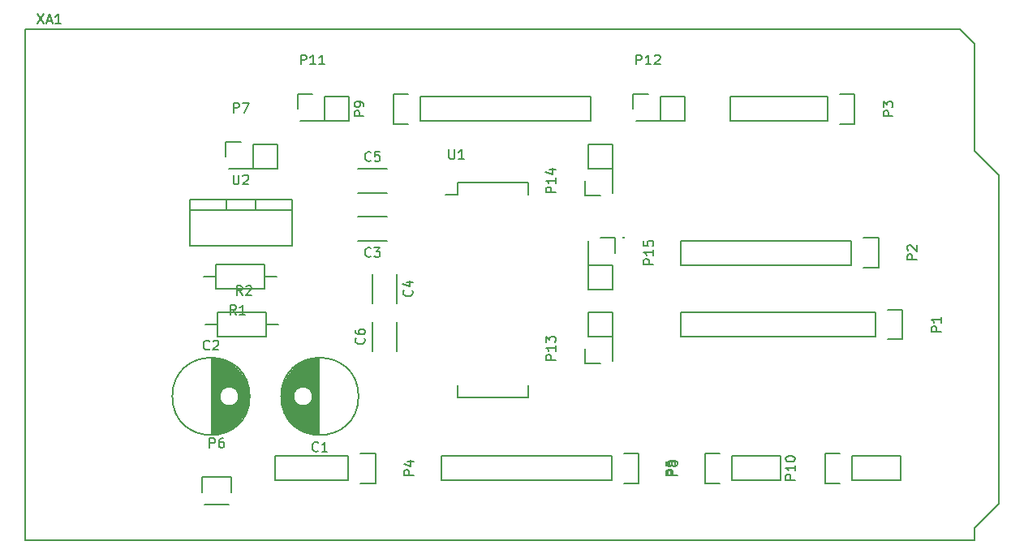
<source format=gto>
G04 #@! TF.FileFunction,Legend,Top*
%FSLAX46Y46*%
G04 Gerber Fmt 4.6, Leading zero omitted, Abs format (unit mm)*
G04 Created by KiCad (PCBNEW 4.0.2+dfsg1-stable) date fr. 11. mai 2018 kl. 17.00 +0200*
%MOMM*%
G01*
G04 APERTURE LIST*
%ADD10C,0.100000*%
%ADD11C,0.150000*%
G04 APERTURE END LIST*
D10*
D11*
X112500000Y-86660000D02*
X112500000Y-140000000D01*
X211560000Y-99360000D02*
X211560000Y-88184000D01*
X214100000Y-101900000D02*
X211560000Y-99360000D01*
X214100000Y-136190000D02*
X214100000Y-101900000D01*
X211560000Y-138730000D02*
X214100000Y-136190000D01*
X211560000Y-140000000D02*
X211560000Y-138730000D01*
X210036000Y-86660000D02*
X211560000Y-88184000D01*
X112500000Y-140000000D02*
X211560000Y-140000000D01*
X112500000Y-86660000D02*
X210036000Y-86660000D01*
X112500000Y-86660000D02*
X112500000Y-140000000D01*
X211560000Y-99360000D02*
X211560000Y-88184000D01*
X214100000Y-101900000D02*
X211560000Y-99360000D01*
X214100000Y-136190000D02*
X214100000Y-101900000D01*
X211560000Y-138730000D02*
X214100000Y-136190000D01*
X211560000Y-140000000D02*
X211560000Y-138730000D01*
X210036000Y-86660000D02*
X211560000Y-88184000D01*
X112500000Y-140000000D02*
X211560000Y-140000000D01*
X112500000Y-86660000D02*
X210036000Y-86660000D01*
X143175000Y-128999000D02*
X143175000Y-121001000D01*
X143035000Y-128994000D02*
X143035000Y-121006000D01*
X142895000Y-128984000D02*
X142895000Y-121016000D01*
X142755000Y-128969000D02*
X142755000Y-121031000D01*
X142615000Y-128949000D02*
X142615000Y-121051000D01*
X142475000Y-128924000D02*
X142475000Y-125222000D01*
X142475000Y-124778000D02*
X142475000Y-121076000D01*
X142335000Y-128894000D02*
X142335000Y-125550000D01*
X142335000Y-124450000D02*
X142335000Y-121106000D01*
X142195000Y-128858000D02*
X142195000Y-125719000D01*
X142195000Y-124281000D02*
X142195000Y-121142000D01*
X142055000Y-128817000D02*
X142055000Y-125832000D01*
X142055000Y-124168000D02*
X142055000Y-121183000D01*
X141915000Y-128771000D02*
X141915000Y-125910000D01*
X141915000Y-124090000D02*
X141915000Y-121229000D01*
X141775000Y-128718000D02*
X141775000Y-125961000D01*
X141775000Y-124039000D02*
X141775000Y-121282000D01*
X141635000Y-128659000D02*
X141635000Y-125991000D01*
X141635000Y-124009000D02*
X141635000Y-121341000D01*
X141495000Y-128594000D02*
X141495000Y-126000000D01*
X141495000Y-124000000D02*
X141495000Y-121406000D01*
X141355000Y-128523000D02*
X141355000Y-125989000D01*
X141355000Y-124011000D02*
X141355000Y-121477000D01*
X141215000Y-128444000D02*
X141215000Y-125959000D01*
X141215000Y-124041000D02*
X141215000Y-121556000D01*
X141075000Y-128357000D02*
X141075000Y-125905000D01*
X141075000Y-124095000D02*
X141075000Y-121643000D01*
X140935000Y-128262000D02*
X140935000Y-125825000D01*
X140935000Y-124175000D02*
X140935000Y-121738000D01*
X140795000Y-128158000D02*
X140795000Y-125709000D01*
X140795000Y-124291000D02*
X140795000Y-121842000D01*
X140655000Y-128044000D02*
X140655000Y-125535000D01*
X140655000Y-124465000D02*
X140655000Y-121956000D01*
X140515000Y-127919000D02*
X140515000Y-125173000D01*
X140515000Y-124827000D02*
X140515000Y-122081000D01*
X140375000Y-127781000D02*
X140375000Y-122219000D01*
X140235000Y-127629000D02*
X140235000Y-122371000D01*
X140095000Y-127459000D02*
X140095000Y-122541000D01*
X139955000Y-127268000D02*
X139955000Y-122732000D01*
X139815000Y-127050000D02*
X139815000Y-122950000D01*
X139675000Y-126794000D02*
X139675000Y-123206000D01*
X139535000Y-126483000D02*
X139535000Y-123517000D01*
X139395000Y-126067000D02*
X139395000Y-123933000D01*
X139255000Y-125200000D02*
X139255000Y-124800000D01*
X142500000Y-125000000D02*
G75*
G03X142500000Y-125000000I-1000000J0D01*
G01*
X147287500Y-125000000D02*
G75*
G03X147287500Y-125000000I-4037500J0D01*
G01*
X131975000Y-121001000D02*
X131975000Y-128999000D01*
X132115000Y-121006000D02*
X132115000Y-128994000D01*
X132255000Y-121016000D02*
X132255000Y-128984000D01*
X132395000Y-121031000D02*
X132395000Y-128969000D01*
X132535000Y-121051000D02*
X132535000Y-128949000D01*
X132675000Y-121076000D02*
X132675000Y-128924000D01*
X132815000Y-121106000D02*
X132815000Y-124827000D01*
X132815000Y-125173000D02*
X132815000Y-128894000D01*
X132955000Y-121142000D02*
X132955000Y-124465000D01*
X132955000Y-125535000D02*
X132955000Y-128858000D01*
X133095000Y-121183000D02*
X133095000Y-124291000D01*
X133095000Y-125709000D02*
X133095000Y-128817000D01*
X133235000Y-121229000D02*
X133235000Y-124175000D01*
X133235000Y-125825000D02*
X133235000Y-128771000D01*
X133375000Y-121282000D02*
X133375000Y-124095000D01*
X133375000Y-125905000D02*
X133375000Y-128718000D01*
X133515000Y-121341000D02*
X133515000Y-124041000D01*
X133515000Y-125959000D02*
X133515000Y-128659000D01*
X133655000Y-121406000D02*
X133655000Y-124011000D01*
X133655000Y-125989000D02*
X133655000Y-128594000D01*
X133795000Y-121477000D02*
X133795000Y-124000000D01*
X133795000Y-126000000D02*
X133795000Y-128523000D01*
X133935000Y-121556000D02*
X133935000Y-124009000D01*
X133935000Y-125991000D02*
X133935000Y-128444000D01*
X134075000Y-121643000D02*
X134075000Y-124039000D01*
X134075000Y-125961000D02*
X134075000Y-128357000D01*
X134215000Y-121738000D02*
X134215000Y-124090000D01*
X134215000Y-125910000D02*
X134215000Y-128262000D01*
X134355000Y-121842000D02*
X134355000Y-124168000D01*
X134355000Y-125832000D02*
X134355000Y-128158000D01*
X134495000Y-121956000D02*
X134495000Y-124281000D01*
X134495000Y-125719000D02*
X134495000Y-128044000D01*
X134635000Y-122081000D02*
X134635000Y-124450000D01*
X134635000Y-125550000D02*
X134635000Y-127919000D01*
X134775000Y-122219000D02*
X134775000Y-124778000D01*
X134775000Y-125222000D02*
X134775000Y-127781000D01*
X134915000Y-122371000D02*
X134915000Y-127629000D01*
X135055000Y-122541000D02*
X135055000Y-127459000D01*
X135195000Y-122732000D02*
X135195000Y-127268000D01*
X135335000Y-122950000D02*
X135335000Y-127050000D01*
X135475000Y-123206000D02*
X135475000Y-126794000D01*
X135615000Y-123517000D02*
X135615000Y-126483000D01*
X135755000Y-123933000D02*
X135755000Y-126067000D01*
X135895000Y-124800000D02*
X135895000Y-125200000D01*
X134800000Y-125000000D02*
G75*
G03X134800000Y-125000000I-1000000J0D01*
G01*
X135937500Y-125000000D02*
G75*
G03X135937500Y-125000000I-4037500J0D01*
G01*
X150250000Y-108750000D02*
X147250000Y-108750000D01*
X147250000Y-106250000D02*
X150250000Y-106250000D01*
X151250000Y-112250000D02*
X151250000Y-115250000D01*
X148750000Y-115250000D02*
X148750000Y-112250000D01*
X147250000Y-101250000D02*
X150250000Y-101250000D01*
X150250000Y-103750000D02*
X147250000Y-103750000D01*
X148750000Y-120250000D02*
X148750000Y-117250000D01*
X151250000Y-117250000D02*
X151250000Y-120250000D01*
X201230000Y-118770000D02*
X180910000Y-118770000D01*
X180910000Y-118770000D02*
X180910000Y-116230000D01*
X180910000Y-116230000D02*
X201230000Y-116230000D01*
X204050000Y-119050000D02*
X202500000Y-119050000D01*
X201230000Y-118770000D02*
X201230000Y-116230000D01*
X202500000Y-115950000D02*
X204050000Y-115950000D01*
X204050000Y-115950000D02*
X204050000Y-119050000D01*
X198730000Y-111270000D02*
X180950000Y-111270000D01*
X180950000Y-111270000D02*
X180950000Y-108730000D01*
X180950000Y-108730000D02*
X198730000Y-108730000D01*
X201550000Y-111550000D02*
X200000000Y-111550000D01*
X198730000Y-111270000D02*
X198730000Y-108730000D01*
X200000000Y-108450000D02*
X201550000Y-108450000D01*
X201550000Y-108450000D02*
X201550000Y-111550000D01*
X197500000Y-93450000D02*
X199050000Y-93450000D01*
X199050000Y-93450000D02*
X199050000Y-96550000D01*
X199050000Y-96550000D02*
X197500000Y-96550000D01*
X196230000Y-96270000D02*
X186070000Y-96270000D01*
X186070000Y-96270000D02*
X186070000Y-93730000D01*
X186070000Y-93730000D02*
X196230000Y-93730000D01*
X196230000Y-96270000D02*
X196230000Y-93730000D01*
X146230000Y-131230000D02*
X138610000Y-131230000D01*
X146230000Y-133770000D02*
X138610000Y-133770000D01*
X149050000Y-134050000D02*
X147500000Y-134050000D01*
X138610000Y-131230000D02*
X138610000Y-133770000D01*
X146230000Y-133770000D02*
X146230000Y-131230000D01*
X147500000Y-130950000D02*
X149050000Y-130950000D01*
X149050000Y-130950000D02*
X149050000Y-134050000D01*
X186270000Y-133770000D02*
X191350000Y-133770000D01*
X191350000Y-133770000D02*
X191350000Y-131230000D01*
X191350000Y-131230000D02*
X186270000Y-131230000D01*
X183450000Y-130950000D02*
X185000000Y-130950000D01*
X186270000Y-131230000D02*
X186270000Y-133770000D01*
X185000000Y-134050000D02*
X183450000Y-134050000D01*
X183450000Y-134050000D02*
X183450000Y-130950000D01*
X134050000Y-133450000D02*
X134050000Y-135000000D01*
X130950000Y-135000000D02*
X130950000Y-133450000D01*
X130950000Y-133450000D02*
X134050000Y-133450000D01*
X131230000Y-136270000D02*
X133770000Y-136270000D01*
X133450000Y-100000000D02*
X133450000Y-98450000D01*
X135000000Y-98450000D02*
X133450000Y-98450000D01*
X133730000Y-101270000D02*
X136270000Y-101270000D01*
X138810000Y-98730000D02*
X136270000Y-98730000D01*
X136270000Y-98730000D02*
X136270000Y-101270000D01*
X136270000Y-101270000D02*
X138810000Y-101270000D01*
X138810000Y-101270000D02*
X138810000Y-98730000D01*
X173730000Y-133770000D02*
X155950000Y-133770000D01*
X155950000Y-133770000D02*
X155950000Y-131230000D01*
X155950000Y-131230000D02*
X173730000Y-131230000D01*
X176550000Y-134050000D02*
X175000000Y-134050000D01*
X173730000Y-133770000D02*
X173730000Y-131230000D01*
X175000000Y-130950000D02*
X176550000Y-130950000D01*
X176550000Y-130950000D02*
X176550000Y-134050000D01*
X153770000Y-93730000D02*
X171550000Y-93730000D01*
X171550000Y-93730000D02*
X171550000Y-96270000D01*
X171550000Y-96270000D02*
X153770000Y-96270000D01*
X150950000Y-93450000D02*
X152500000Y-93450000D01*
X153770000Y-93730000D02*
X153770000Y-96270000D01*
X152500000Y-96550000D02*
X150950000Y-96550000D01*
X150950000Y-96550000D02*
X150950000Y-93450000D01*
X198770000Y-133770000D02*
X203850000Y-133770000D01*
X203850000Y-133770000D02*
X203850000Y-131230000D01*
X203850000Y-131230000D02*
X198770000Y-131230000D01*
X195950000Y-130950000D02*
X197500000Y-130950000D01*
X198770000Y-131230000D02*
X198770000Y-133770000D01*
X197500000Y-134050000D02*
X195950000Y-134050000D01*
X195950000Y-134050000D02*
X195950000Y-130950000D01*
X140950000Y-95000000D02*
X140950000Y-93450000D01*
X142500000Y-93450000D02*
X140950000Y-93450000D01*
X141230000Y-96270000D02*
X143770000Y-96270000D01*
X146310000Y-93730000D02*
X143770000Y-93730000D01*
X143770000Y-93730000D02*
X143770000Y-96270000D01*
X143770000Y-96270000D02*
X146310000Y-96270000D01*
X146310000Y-96270000D02*
X146310000Y-93730000D01*
X175950000Y-95000000D02*
X175950000Y-93450000D01*
X177500000Y-93450000D02*
X175950000Y-93450000D01*
X176230000Y-96270000D02*
X178770000Y-96270000D01*
X181310000Y-93730000D02*
X178770000Y-93730000D01*
X178770000Y-93730000D02*
X178770000Y-96270000D01*
X178770000Y-96270000D02*
X181310000Y-96270000D01*
X181310000Y-96270000D02*
X181310000Y-93730000D01*
X172500000Y-121550000D02*
X170950000Y-121550000D01*
X170950000Y-120000000D02*
X170950000Y-121550000D01*
X173770000Y-121270000D02*
X173770000Y-118730000D01*
X171230000Y-116190000D02*
X171230000Y-118730000D01*
X171230000Y-118730000D02*
X173770000Y-118730000D01*
X173770000Y-118730000D02*
X173770000Y-116190000D01*
X173770000Y-116190000D02*
X171230000Y-116190000D01*
X172500000Y-104050000D02*
X170950000Y-104050000D01*
X170950000Y-102500000D02*
X170950000Y-104050000D01*
X173770000Y-103770000D02*
X173770000Y-101230000D01*
X171230000Y-98690000D02*
X171230000Y-101230000D01*
X171230000Y-101230000D02*
X173770000Y-101230000D01*
X173770000Y-101230000D02*
X173770000Y-98690000D01*
X173770000Y-98690000D02*
X171230000Y-98690000D01*
X172500000Y-108450000D02*
X174050000Y-108450000D01*
X174050000Y-110000000D02*
X174050000Y-108450000D01*
X171230000Y-108730000D02*
X171230000Y-111270000D01*
X173770000Y-113810000D02*
X173770000Y-111270000D01*
X173770000Y-111270000D02*
X171230000Y-111270000D01*
X171230000Y-111270000D02*
X171230000Y-113810000D01*
X171230000Y-113810000D02*
X173770000Y-113810000D01*
X137460000Y-113770000D02*
X132380000Y-113770000D01*
X132380000Y-113770000D02*
X132380000Y-111230000D01*
X132380000Y-111230000D02*
X137460000Y-111230000D01*
X137460000Y-111230000D02*
X137460000Y-113770000D01*
X137460000Y-112500000D02*
X138730000Y-112500000D01*
X132380000Y-112500000D02*
X131110000Y-112500000D01*
X132540000Y-116230000D02*
X137620000Y-116230000D01*
X137620000Y-116230000D02*
X137620000Y-118770000D01*
X137620000Y-118770000D02*
X132540000Y-118770000D01*
X132540000Y-118770000D02*
X132540000Y-116230000D01*
X132540000Y-117500000D02*
X131270000Y-117500000D01*
X137620000Y-117500000D02*
X138890000Y-117500000D01*
X157635000Y-102705000D02*
X157635000Y-103975000D01*
X164985000Y-102705000D02*
X164985000Y-103975000D01*
X164985000Y-125075000D02*
X164985000Y-123805000D01*
X157635000Y-125075000D02*
X157635000Y-123805000D01*
X157635000Y-102705000D02*
X164985000Y-102705000D01*
X157635000Y-125075000D02*
X164985000Y-125075000D01*
X157635000Y-103975000D02*
X156350000Y-103975000D01*
X133476000Y-104452000D02*
X133476000Y-105595000D01*
X136524000Y-104452000D02*
X136524000Y-105595000D01*
X140334000Y-105595000D02*
X140334000Y-109278000D01*
X140334000Y-109278000D02*
X129666000Y-109278000D01*
X129666000Y-109278000D02*
X129666000Y-105595000D01*
X140334000Y-104452000D02*
X140334000Y-105595000D01*
X140334000Y-105595000D02*
X129666000Y-105595000D01*
X129666000Y-105595000D02*
X129666000Y-104452000D01*
X135000000Y-104452000D02*
X129666000Y-104452000D01*
X135000000Y-104452000D02*
X140334000Y-104452000D01*
X113801905Y-85096381D02*
X114468572Y-86096381D01*
X114468572Y-85096381D02*
X113801905Y-86096381D01*
X114801905Y-85810667D02*
X115278096Y-85810667D01*
X114706667Y-86096381D02*
X115040000Y-85096381D01*
X115373334Y-86096381D01*
X116230477Y-86096381D02*
X115659048Y-86096381D01*
X115944762Y-86096381D02*
X115944762Y-85096381D01*
X115849524Y-85239238D01*
X115754286Y-85334476D01*
X115659048Y-85382095D01*
X174984000Y-108353143D02*
X175031619Y-108400762D01*
X174984000Y-108448381D01*
X174936381Y-108400762D01*
X174984000Y-108353143D01*
X174984000Y-108448381D01*
X113801905Y-85096381D02*
X114468572Y-86096381D01*
X114468572Y-85096381D02*
X113801905Y-86096381D01*
X114801905Y-85810667D02*
X115278096Y-85810667D01*
X114706667Y-86096381D02*
X115040000Y-85096381D01*
X115373334Y-86096381D01*
X116230477Y-86096381D02*
X115659048Y-86096381D01*
X115944762Y-86096381D02*
X115944762Y-85096381D01*
X115849524Y-85239238D01*
X115754286Y-85334476D01*
X115659048Y-85382095D01*
X174984000Y-108353143D02*
X175031619Y-108400762D01*
X174984000Y-108448381D01*
X174936381Y-108400762D01*
X174984000Y-108353143D01*
X174984000Y-108448381D01*
X143083334Y-130657143D02*
X143035715Y-130704762D01*
X142892858Y-130752381D01*
X142797620Y-130752381D01*
X142654762Y-130704762D01*
X142559524Y-130609524D01*
X142511905Y-130514286D01*
X142464286Y-130323810D01*
X142464286Y-130180952D01*
X142511905Y-129990476D01*
X142559524Y-129895238D01*
X142654762Y-129800000D01*
X142797620Y-129752381D01*
X142892858Y-129752381D01*
X143035715Y-129800000D01*
X143083334Y-129847619D01*
X144035715Y-130752381D02*
X143464286Y-130752381D01*
X143750000Y-130752381D02*
X143750000Y-129752381D01*
X143654762Y-129895238D01*
X143559524Y-129990476D01*
X143464286Y-130038095D01*
X131733334Y-120057143D02*
X131685715Y-120104762D01*
X131542858Y-120152381D01*
X131447620Y-120152381D01*
X131304762Y-120104762D01*
X131209524Y-120009524D01*
X131161905Y-119914286D01*
X131114286Y-119723810D01*
X131114286Y-119580952D01*
X131161905Y-119390476D01*
X131209524Y-119295238D01*
X131304762Y-119200000D01*
X131447620Y-119152381D01*
X131542858Y-119152381D01*
X131685715Y-119200000D01*
X131733334Y-119247619D01*
X132114286Y-119247619D02*
X132161905Y-119200000D01*
X132257143Y-119152381D01*
X132495239Y-119152381D01*
X132590477Y-119200000D01*
X132638096Y-119247619D01*
X132685715Y-119342857D01*
X132685715Y-119438095D01*
X132638096Y-119580952D01*
X132066667Y-120152381D01*
X132685715Y-120152381D01*
X148583334Y-110357143D02*
X148535715Y-110404762D01*
X148392858Y-110452381D01*
X148297620Y-110452381D01*
X148154762Y-110404762D01*
X148059524Y-110309524D01*
X148011905Y-110214286D01*
X147964286Y-110023810D01*
X147964286Y-109880952D01*
X148011905Y-109690476D01*
X148059524Y-109595238D01*
X148154762Y-109500000D01*
X148297620Y-109452381D01*
X148392858Y-109452381D01*
X148535715Y-109500000D01*
X148583334Y-109547619D01*
X148916667Y-109452381D02*
X149535715Y-109452381D01*
X149202381Y-109833333D01*
X149345239Y-109833333D01*
X149440477Y-109880952D01*
X149488096Y-109928571D01*
X149535715Y-110023810D01*
X149535715Y-110261905D01*
X149488096Y-110357143D01*
X149440477Y-110404762D01*
X149345239Y-110452381D01*
X149059524Y-110452381D01*
X148964286Y-110404762D01*
X148916667Y-110357143D01*
X152857143Y-113916666D02*
X152904762Y-113964285D01*
X152952381Y-114107142D01*
X152952381Y-114202380D01*
X152904762Y-114345238D01*
X152809524Y-114440476D01*
X152714286Y-114488095D01*
X152523810Y-114535714D01*
X152380952Y-114535714D01*
X152190476Y-114488095D01*
X152095238Y-114440476D01*
X152000000Y-114345238D01*
X151952381Y-114202380D01*
X151952381Y-114107142D01*
X152000000Y-113964285D01*
X152047619Y-113916666D01*
X152285714Y-113059523D02*
X152952381Y-113059523D01*
X151904762Y-113297619D02*
X152619048Y-113535714D01*
X152619048Y-112916666D01*
X148583334Y-100357143D02*
X148535715Y-100404762D01*
X148392858Y-100452381D01*
X148297620Y-100452381D01*
X148154762Y-100404762D01*
X148059524Y-100309524D01*
X148011905Y-100214286D01*
X147964286Y-100023810D01*
X147964286Y-99880952D01*
X148011905Y-99690476D01*
X148059524Y-99595238D01*
X148154762Y-99500000D01*
X148297620Y-99452381D01*
X148392858Y-99452381D01*
X148535715Y-99500000D01*
X148583334Y-99547619D01*
X149488096Y-99452381D02*
X149011905Y-99452381D01*
X148964286Y-99928571D01*
X149011905Y-99880952D01*
X149107143Y-99833333D01*
X149345239Y-99833333D01*
X149440477Y-99880952D01*
X149488096Y-99928571D01*
X149535715Y-100023810D01*
X149535715Y-100261905D01*
X149488096Y-100357143D01*
X149440477Y-100404762D01*
X149345239Y-100452381D01*
X149107143Y-100452381D01*
X149011905Y-100404762D01*
X148964286Y-100357143D01*
X147857143Y-118916666D02*
X147904762Y-118964285D01*
X147952381Y-119107142D01*
X147952381Y-119202380D01*
X147904762Y-119345238D01*
X147809524Y-119440476D01*
X147714286Y-119488095D01*
X147523810Y-119535714D01*
X147380952Y-119535714D01*
X147190476Y-119488095D01*
X147095238Y-119440476D01*
X147000000Y-119345238D01*
X146952381Y-119202380D01*
X146952381Y-119107142D01*
X147000000Y-118964285D01*
X147047619Y-118916666D01*
X146952381Y-118059523D02*
X146952381Y-118250000D01*
X147000000Y-118345238D01*
X147047619Y-118392857D01*
X147190476Y-118488095D01*
X147380952Y-118535714D01*
X147761905Y-118535714D01*
X147857143Y-118488095D01*
X147904762Y-118440476D01*
X147952381Y-118345238D01*
X147952381Y-118154761D01*
X147904762Y-118059523D01*
X147857143Y-118011904D01*
X147761905Y-117964285D01*
X147523810Y-117964285D01*
X147428571Y-118011904D01*
X147380952Y-118059523D01*
X147333333Y-118154761D01*
X147333333Y-118345238D01*
X147380952Y-118440476D01*
X147428571Y-118488095D01*
X147523810Y-118535714D01*
X208052381Y-118238095D02*
X207052381Y-118238095D01*
X207052381Y-117857142D01*
X207100000Y-117761904D01*
X207147619Y-117714285D01*
X207242857Y-117666666D01*
X207385714Y-117666666D01*
X207480952Y-117714285D01*
X207528571Y-117761904D01*
X207576190Y-117857142D01*
X207576190Y-118238095D01*
X208052381Y-116714285D02*
X208052381Y-117285714D01*
X208052381Y-117000000D02*
X207052381Y-117000000D01*
X207195238Y-117095238D01*
X207290476Y-117190476D01*
X207338095Y-117285714D01*
X205552381Y-110738095D02*
X204552381Y-110738095D01*
X204552381Y-110357142D01*
X204600000Y-110261904D01*
X204647619Y-110214285D01*
X204742857Y-110166666D01*
X204885714Y-110166666D01*
X204980952Y-110214285D01*
X205028571Y-110261904D01*
X205076190Y-110357142D01*
X205076190Y-110738095D01*
X204647619Y-109785714D02*
X204600000Y-109738095D01*
X204552381Y-109642857D01*
X204552381Y-109404761D01*
X204600000Y-109309523D01*
X204647619Y-109261904D01*
X204742857Y-109214285D01*
X204838095Y-109214285D01*
X204980952Y-109261904D01*
X205552381Y-109833333D01*
X205552381Y-109214285D01*
X203052381Y-95738095D02*
X202052381Y-95738095D01*
X202052381Y-95357142D01*
X202100000Y-95261904D01*
X202147619Y-95214285D01*
X202242857Y-95166666D01*
X202385714Y-95166666D01*
X202480952Y-95214285D01*
X202528571Y-95261904D01*
X202576190Y-95357142D01*
X202576190Y-95738095D01*
X202052381Y-94833333D02*
X202052381Y-94214285D01*
X202433333Y-94547619D01*
X202433333Y-94404761D01*
X202480952Y-94309523D01*
X202528571Y-94261904D01*
X202623810Y-94214285D01*
X202861905Y-94214285D01*
X202957143Y-94261904D01*
X203004762Y-94309523D01*
X203052381Y-94404761D01*
X203052381Y-94690476D01*
X203004762Y-94785714D01*
X202957143Y-94833333D01*
X153052381Y-133238095D02*
X152052381Y-133238095D01*
X152052381Y-132857142D01*
X152100000Y-132761904D01*
X152147619Y-132714285D01*
X152242857Y-132666666D01*
X152385714Y-132666666D01*
X152480952Y-132714285D01*
X152528571Y-132761904D01*
X152576190Y-132857142D01*
X152576190Y-133238095D01*
X152385714Y-131809523D02*
X153052381Y-131809523D01*
X152004762Y-132047619D02*
X152719048Y-132285714D01*
X152719048Y-131666666D01*
X180352381Y-133238095D02*
X179352381Y-133238095D01*
X179352381Y-132857142D01*
X179400000Y-132761904D01*
X179447619Y-132714285D01*
X179542857Y-132666666D01*
X179685714Y-132666666D01*
X179780952Y-132714285D01*
X179828571Y-132761904D01*
X179876190Y-132857142D01*
X179876190Y-133238095D01*
X179352381Y-131761904D02*
X179352381Y-132238095D01*
X179828571Y-132285714D01*
X179780952Y-132238095D01*
X179733333Y-132142857D01*
X179733333Y-131904761D01*
X179780952Y-131809523D01*
X179828571Y-131761904D01*
X179923810Y-131714285D01*
X180161905Y-131714285D01*
X180257143Y-131761904D01*
X180304762Y-131809523D01*
X180352381Y-131904761D01*
X180352381Y-132142857D01*
X180304762Y-132238095D01*
X180257143Y-132285714D01*
X131761905Y-130352381D02*
X131761905Y-129352381D01*
X132142858Y-129352381D01*
X132238096Y-129400000D01*
X132285715Y-129447619D01*
X132333334Y-129542857D01*
X132333334Y-129685714D01*
X132285715Y-129780952D01*
X132238096Y-129828571D01*
X132142858Y-129876190D01*
X131761905Y-129876190D01*
X133190477Y-129352381D02*
X133000000Y-129352381D01*
X132904762Y-129400000D01*
X132857143Y-129447619D01*
X132761905Y-129590476D01*
X132714286Y-129780952D01*
X132714286Y-130161905D01*
X132761905Y-130257143D01*
X132809524Y-130304762D01*
X132904762Y-130352381D01*
X133095239Y-130352381D01*
X133190477Y-130304762D01*
X133238096Y-130257143D01*
X133285715Y-130161905D01*
X133285715Y-129923810D01*
X133238096Y-129828571D01*
X133190477Y-129780952D01*
X133095239Y-129733333D01*
X132904762Y-129733333D01*
X132809524Y-129780952D01*
X132761905Y-129828571D01*
X132714286Y-129923810D01*
X134261905Y-95352381D02*
X134261905Y-94352381D01*
X134642858Y-94352381D01*
X134738096Y-94400000D01*
X134785715Y-94447619D01*
X134833334Y-94542857D01*
X134833334Y-94685714D01*
X134785715Y-94780952D01*
X134738096Y-94828571D01*
X134642858Y-94876190D01*
X134261905Y-94876190D01*
X135166667Y-94352381D02*
X135833334Y-94352381D01*
X135404762Y-95352381D01*
X180552381Y-133238095D02*
X179552381Y-133238095D01*
X179552381Y-132857142D01*
X179600000Y-132761904D01*
X179647619Y-132714285D01*
X179742857Y-132666666D01*
X179885714Y-132666666D01*
X179980952Y-132714285D01*
X180028571Y-132761904D01*
X180076190Y-132857142D01*
X180076190Y-133238095D01*
X179980952Y-132095238D02*
X179933333Y-132190476D01*
X179885714Y-132238095D01*
X179790476Y-132285714D01*
X179742857Y-132285714D01*
X179647619Y-132238095D01*
X179600000Y-132190476D01*
X179552381Y-132095238D01*
X179552381Y-131904761D01*
X179600000Y-131809523D01*
X179647619Y-131761904D01*
X179742857Y-131714285D01*
X179790476Y-131714285D01*
X179885714Y-131761904D01*
X179933333Y-131809523D01*
X179980952Y-131904761D01*
X179980952Y-132095238D01*
X180028571Y-132190476D01*
X180076190Y-132238095D01*
X180171429Y-132285714D01*
X180361905Y-132285714D01*
X180457143Y-132238095D01*
X180504762Y-132190476D01*
X180552381Y-132095238D01*
X180552381Y-131904761D01*
X180504762Y-131809523D01*
X180457143Y-131761904D01*
X180361905Y-131714285D01*
X180171429Y-131714285D01*
X180076190Y-131761904D01*
X180028571Y-131809523D01*
X179980952Y-131904761D01*
X147852381Y-95738095D02*
X146852381Y-95738095D01*
X146852381Y-95357142D01*
X146900000Y-95261904D01*
X146947619Y-95214285D01*
X147042857Y-95166666D01*
X147185714Y-95166666D01*
X147280952Y-95214285D01*
X147328571Y-95261904D01*
X147376190Y-95357142D01*
X147376190Y-95738095D01*
X147852381Y-94690476D02*
X147852381Y-94500000D01*
X147804762Y-94404761D01*
X147757143Y-94357142D01*
X147614286Y-94261904D01*
X147423810Y-94214285D01*
X147042857Y-94214285D01*
X146947619Y-94261904D01*
X146900000Y-94309523D01*
X146852381Y-94404761D01*
X146852381Y-94595238D01*
X146900000Y-94690476D01*
X146947619Y-94738095D01*
X147042857Y-94785714D01*
X147280952Y-94785714D01*
X147376190Y-94738095D01*
X147423810Y-94690476D01*
X147471429Y-94595238D01*
X147471429Y-94404761D01*
X147423810Y-94309523D01*
X147376190Y-94261904D01*
X147280952Y-94214285D01*
X192852381Y-133714286D02*
X191852381Y-133714286D01*
X191852381Y-133333333D01*
X191900000Y-133238095D01*
X191947619Y-133190476D01*
X192042857Y-133142857D01*
X192185714Y-133142857D01*
X192280952Y-133190476D01*
X192328571Y-133238095D01*
X192376190Y-133333333D01*
X192376190Y-133714286D01*
X192852381Y-132190476D02*
X192852381Y-132761905D01*
X192852381Y-132476191D02*
X191852381Y-132476191D01*
X191995238Y-132571429D01*
X192090476Y-132666667D01*
X192138095Y-132761905D01*
X191852381Y-131571429D02*
X191852381Y-131476190D01*
X191900000Y-131380952D01*
X191947619Y-131333333D01*
X192042857Y-131285714D01*
X192233333Y-131238095D01*
X192471429Y-131238095D01*
X192661905Y-131285714D01*
X192757143Y-131333333D01*
X192804762Y-131380952D01*
X192852381Y-131476190D01*
X192852381Y-131571429D01*
X192804762Y-131666667D01*
X192757143Y-131714286D01*
X192661905Y-131761905D01*
X192471429Y-131809524D01*
X192233333Y-131809524D01*
X192042857Y-131761905D01*
X191947619Y-131714286D01*
X191900000Y-131666667D01*
X191852381Y-131571429D01*
X141285714Y-90352381D02*
X141285714Y-89352381D01*
X141666667Y-89352381D01*
X141761905Y-89400000D01*
X141809524Y-89447619D01*
X141857143Y-89542857D01*
X141857143Y-89685714D01*
X141809524Y-89780952D01*
X141761905Y-89828571D01*
X141666667Y-89876190D01*
X141285714Y-89876190D01*
X142809524Y-90352381D02*
X142238095Y-90352381D01*
X142523809Y-90352381D02*
X142523809Y-89352381D01*
X142428571Y-89495238D01*
X142333333Y-89590476D01*
X142238095Y-89638095D01*
X143761905Y-90352381D02*
X143190476Y-90352381D01*
X143476190Y-90352381D02*
X143476190Y-89352381D01*
X143380952Y-89495238D01*
X143285714Y-89590476D01*
X143190476Y-89638095D01*
X176285714Y-90352381D02*
X176285714Y-89352381D01*
X176666667Y-89352381D01*
X176761905Y-89400000D01*
X176809524Y-89447619D01*
X176857143Y-89542857D01*
X176857143Y-89685714D01*
X176809524Y-89780952D01*
X176761905Y-89828571D01*
X176666667Y-89876190D01*
X176285714Y-89876190D01*
X177809524Y-90352381D02*
X177238095Y-90352381D01*
X177523809Y-90352381D02*
X177523809Y-89352381D01*
X177428571Y-89495238D01*
X177333333Y-89590476D01*
X177238095Y-89638095D01*
X178190476Y-89447619D02*
X178238095Y-89400000D01*
X178333333Y-89352381D01*
X178571429Y-89352381D01*
X178666667Y-89400000D01*
X178714286Y-89447619D01*
X178761905Y-89542857D01*
X178761905Y-89638095D01*
X178714286Y-89780952D01*
X178142857Y-90352381D01*
X178761905Y-90352381D01*
X167852381Y-121214286D02*
X166852381Y-121214286D01*
X166852381Y-120833333D01*
X166900000Y-120738095D01*
X166947619Y-120690476D01*
X167042857Y-120642857D01*
X167185714Y-120642857D01*
X167280952Y-120690476D01*
X167328571Y-120738095D01*
X167376190Y-120833333D01*
X167376190Y-121214286D01*
X167852381Y-119690476D02*
X167852381Y-120261905D01*
X167852381Y-119976191D02*
X166852381Y-119976191D01*
X166995238Y-120071429D01*
X167090476Y-120166667D01*
X167138095Y-120261905D01*
X166852381Y-119357143D02*
X166852381Y-118738095D01*
X167233333Y-119071429D01*
X167233333Y-118928571D01*
X167280952Y-118833333D01*
X167328571Y-118785714D01*
X167423810Y-118738095D01*
X167661905Y-118738095D01*
X167757143Y-118785714D01*
X167804762Y-118833333D01*
X167852381Y-118928571D01*
X167852381Y-119214286D01*
X167804762Y-119309524D01*
X167757143Y-119357143D01*
X167852381Y-103714286D02*
X166852381Y-103714286D01*
X166852381Y-103333333D01*
X166900000Y-103238095D01*
X166947619Y-103190476D01*
X167042857Y-103142857D01*
X167185714Y-103142857D01*
X167280952Y-103190476D01*
X167328571Y-103238095D01*
X167376190Y-103333333D01*
X167376190Y-103714286D01*
X167852381Y-102190476D02*
X167852381Y-102761905D01*
X167852381Y-102476191D02*
X166852381Y-102476191D01*
X166995238Y-102571429D01*
X167090476Y-102666667D01*
X167138095Y-102761905D01*
X167185714Y-101333333D02*
X167852381Y-101333333D01*
X166804762Y-101571429D02*
X167519048Y-101809524D01*
X167519048Y-101190476D01*
X178052381Y-111214286D02*
X177052381Y-111214286D01*
X177052381Y-110833333D01*
X177100000Y-110738095D01*
X177147619Y-110690476D01*
X177242857Y-110642857D01*
X177385714Y-110642857D01*
X177480952Y-110690476D01*
X177528571Y-110738095D01*
X177576190Y-110833333D01*
X177576190Y-111214286D01*
X178052381Y-109690476D02*
X178052381Y-110261905D01*
X178052381Y-109976191D02*
X177052381Y-109976191D01*
X177195238Y-110071429D01*
X177290476Y-110166667D01*
X177338095Y-110261905D01*
X177052381Y-108785714D02*
X177052381Y-109261905D01*
X177528571Y-109309524D01*
X177480952Y-109261905D01*
X177433333Y-109166667D01*
X177433333Y-108928571D01*
X177480952Y-108833333D01*
X177528571Y-108785714D01*
X177623810Y-108738095D01*
X177861905Y-108738095D01*
X177957143Y-108785714D01*
X178004762Y-108833333D01*
X178052381Y-108928571D01*
X178052381Y-109166667D01*
X178004762Y-109261905D01*
X177957143Y-109309524D01*
X134504414Y-116452501D02*
X134171080Y-115976310D01*
X133932985Y-116452501D02*
X133932985Y-115452501D01*
X134313938Y-115452501D01*
X134409176Y-115500120D01*
X134456795Y-115547739D01*
X134504414Y-115642977D01*
X134504414Y-115785834D01*
X134456795Y-115881072D01*
X134409176Y-115928691D01*
X134313938Y-115976310D01*
X133932985Y-115976310D01*
X135456795Y-116452501D02*
X134885366Y-116452501D01*
X135171080Y-116452501D02*
X135171080Y-115452501D01*
X135075842Y-115595358D01*
X134980604Y-115690596D01*
X134885366Y-115738215D01*
X135162254Y-114452261D02*
X134828920Y-113976070D01*
X134590825Y-114452261D02*
X134590825Y-113452261D01*
X134971778Y-113452261D01*
X135067016Y-113499880D01*
X135114635Y-113547499D01*
X135162254Y-113642737D01*
X135162254Y-113785594D01*
X135114635Y-113880832D01*
X135067016Y-113928451D01*
X134971778Y-113976070D01*
X134590825Y-113976070D01*
X135543206Y-113547499D02*
X135590825Y-113499880D01*
X135686063Y-113452261D01*
X135924159Y-113452261D01*
X136019397Y-113499880D01*
X136067016Y-113547499D01*
X136114635Y-113642737D01*
X136114635Y-113737975D01*
X136067016Y-113880832D01*
X135495587Y-114452261D01*
X136114635Y-114452261D01*
X156738095Y-99232381D02*
X156738095Y-100041905D01*
X156785714Y-100137143D01*
X156833333Y-100184762D01*
X156928571Y-100232381D01*
X157119048Y-100232381D01*
X157214286Y-100184762D01*
X157261905Y-100137143D01*
X157309524Y-100041905D01*
X157309524Y-99232381D01*
X158309524Y-100232381D02*
X157738095Y-100232381D01*
X158023809Y-100232381D02*
X158023809Y-99232381D01*
X157928571Y-99375238D01*
X157833333Y-99470476D01*
X157738095Y-99518095D01*
X134238095Y-101872381D02*
X134238095Y-102681905D01*
X134285714Y-102777143D01*
X134333333Y-102824762D01*
X134428571Y-102872381D01*
X134619048Y-102872381D01*
X134714286Y-102824762D01*
X134761905Y-102777143D01*
X134809524Y-102681905D01*
X134809524Y-101872381D01*
X135238095Y-101967619D02*
X135285714Y-101920000D01*
X135380952Y-101872381D01*
X135619048Y-101872381D01*
X135714286Y-101920000D01*
X135761905Y-101967619D01*
X135809524Y-102062857D01*
X135809524Y-102158095D01*
X135761905Y-102300952D01*
X135190476Y-102872381D01*
X135809524Y-102872381D01*
M02*

</source>
